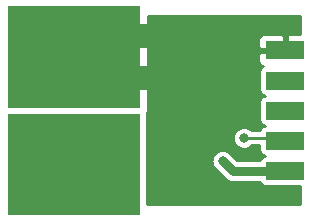
<source format=gbr>
G04 #@! TF.GenerationSoftware,KiCad,Pcbnew,(5.0.0)*
G04 #@! TF.CreationDate,2019-03-13T17:39:27+01:00*
G04 #@! TF.ProjectId,foam_cutting,666F616D5F63757474696E672E6B6963,100A*
G04 #@! TF.SameCoordinates,Original*
G04 #@! TF.FileFunction,Copper,L2,Bot,Signal*
G04 #@! TF.FilePolarity,Positive*
%FSLAX46Y46*%
G04 Gerber Fmt 4.6, Leading zero omitted, Abs format (unit mm)*
G04 Created by KiCad (PCBNEW (5.0.0)) date 03/13/19 17:39:27*
%MOMM*%
%LPD*%
G01*
G04 APERTURE LIST*
G04 #@! TA.AperFunction,ComponentPad*
%ADD10R,6.000000X4.500000*%
G04 #@! TD*
G04 #@! TA.AperFunction,ComponentPad*
%ADD11R,5.500000X4.500000*%
G04 #@! TD*
G04 #@! TA.AperFunction,SMDPad,CuDef*
%ADD12R,3.300000X1.500000*%
G04 #@! TD*
G04 #@! TA.AperFunction,ViaPad*
%ADD13C,0.800000*%
G04 #@! TD*
G04 #@! TA.AperFunction,Conductor*
%ADD14C,0.800000*%
G04 #@! TD*
G04 #@! TA.AperFunction,Conductor*
%ADD15C,2.000000*%
G04 #@! TD*
G04 #@! TA.AperFunction,Conductor*
%ADD16C,0.250000*%
G04 #@! TD*
G04 #@! TA.AperFunction,Conductor*
%ADD17C,0.254000*%
G04 #@! TD*
G04 APERTURE END LIST*
D10*
G04 #@! TO.P,J1,1*
G04 #@! TO.N,GND*
X124800000Y-56300000D03*
D11*
X130300000Y-56300000D03*
D10*
X124790000Y-60500000D03*
D11*
X130300000Y-60500000D03*
D10*
G04 #@! TO.P,J1,2*
G04 #@! TO.N,Net-(J1-Pad2)*
X124800000Y-65410000D03*
D11*
X130300000Y-65410000D03*
X130290000Y-69600000D03*
D10*
X124800000Y-69590000D03*
G04 #@! TD*
D12*
G04 #@! TO.P,J2,10*
G04 #@! TO.N,VCC*
X145300000Y-68050000D03*
G04 #@! TO.P,J2,8*
G04 #@! TO.N,Net-(J2-Pad8)*
X145300000Y-65500000D03*
G04 #@! TO.P,J2,6*
G04 #@! TO.N,Net-(J2-Pad6)*
X145300000Y-62950000D03*
G04 #@! TO.P,J2,4*
G04 #@! TO.N,Net-(J2-Pad4)*
X145300000Y-60400000D03*
G04 #@! TO.P,J2,2*
G04 #@! TO.N,GND*
X145300000Y-57850000D03*
G04 #@! TD*
D13*
G04 #@! TO.N,VCC*
X140000000Y-67200000D03*
G04 #@! TO.N,GND*
X139650000Y-59200000D03*
X135700000Y-58900000D03*
X135100000Y-57300000D03*
G04 #@! TO.N,Net-(J2-Pad8)*
X141800000Y-65250000D03*
G04 #@! TD*
D14*
G04 #@! TO.N,VCC*
X140850000Y-68050000D02*
X140000000Y-67200000D01*
X145300000Y-68050000D02*
X140850000Y-68050000D01*
D15*
G04 #@! TO.N,GND*
X130600000Y-60200000D02*
X133700000Y-60200000D01*
X130600000Y-56600000D02*
X133900000Y-56600000D01*
D16*
G04 #@! TO.N,Net-(J2-Pad8)*
X145050000Y-65250000D02*
X145300000Y-65500000D01*
X141800000Y-65250000D02*
X145050000Y-65250000D01*
G04 #@! TD*
D17*
G04 #@! TO.N,GND*
G36*
X146573000Y-56465000D02*
X145585750Y-56465000D01*
X145427000Y-56623750D01*
X145427000Y-57723000D01*
X145447000Y-57723000D01*
X145447000Y-57977000D01*
X145427000Y-57977000D01*
X145427000Y-57997000D01*
X145173000Y-57997000D01*
X145173000Y-57977000D01*
X143173750Y-57977000D01*
X143015000Y-58135750D01*
X143015000Y-58726309D01*
X143111673Y-58959698D01*
X143290301Y-59138327D01*
X143399503Y-59183560D01*
X143270055Y-59270055D01*
X143153577Y-59444375D01*
X143112676Y-59650000D01*
X143112676Y-61150000D01*
X143153577Y-61355625D01*
X143270055Y-61529945D01*
X143444375Y-61646423D01*
X143588043Y-61675000D01*
X143444375Y-61703577D01*
X143270055Y-61820055D01*
X143153577Y-61994375D01*
X143112676Y-62200000D01*
X143112676Y-63700000D01*
X143153577Y-63905625D01*
X143270055Y-64079945D01*
X143444375Y-64196423D01*
X143588043Y-64225000D01*
X143444375Y-64253577D01*
X143270055Y-64370055D01*
X143153577Y-64544375D01*
X143142910Y-64598000D01*
X142458976Y-64598000D01*
X142325103Y-64464127D01*
X141984392Y-64323000D01*
X141615608Y-64323000D01*
X141274897Y-64464127D01*
X141014127Y-64724897D01*
X140873000Y-65065608D01*
X140873000Y-65434392D01*
X141014127Y-65775103D01*
X141274897Y-66035873D01*
X141615608Y-66177000D01*
X141984392Y-66177000D01*
X142325103Y-66035873D01*
X142458976Y-65902000D01*
X143112676Y-65902000D01*
X143112676Y-66250000D01*
X143153577Y-66455625D01*
X143270055Y-66629945D01*
X143444375Y-66746423D01*
X143588043Y-66775000D01*
X143444375Y-66803577D01*
X143270055Y-66920055D01*
X143153577Y-67094375D01*
X143147883Y-67123000D01*
X141233976Y-67123000D01*
X140525103Y-66414127D01*
X140439094Y-66378501D01*
X140361697Y-66326786D01*
X140270400Y-66308626D01*
X140184392Y-66273000D01*
X140091300Y-66273000D01*
X140000000Y-66254839D01*
X139908700Y-66273000D01*
X139815608Y-66273000D01*
X139729600Y-66308626D01*
X139638303Y-66326786D01*
X139560906Y-66378501D01*
X139474897Y-66414127D01*
X139409068Y-66479956D01*
X139331671Y-66531671D01*
X139279956Y-66609068D01*
X139214127Y-66674897D01*
X139178501Y-66760906D01*
X139126786Y-66838303D01*
X139108626Y-66929600D01*
X139073000Y-67015608D01*
X139073000Y-67108700D01*
X139054839Y-67200000D01*
X139073000Y-67291300D01*
X139073000Y-67384392D01*
X139108626Y-67470400D01*
X139126786Y-67561697D01*
X139178501Y-67639094D01*
X139214127Y-67725103D01*
X140129951Y-68640927D01*
X140181670Y-68718330D01*
X140488303Y-68923215D01*
X140758698Y-68977000D01*
X140758699Y-68977000D01*
X140850000Y-68995161D01*
X140941301Y-68977000D01*
X143147883Y-68977000D01*
X143153577Y-69005625D01*
X143270055Y-69179945D01*
X143444375Y-69296423D01*
X143650000Y-69337324D01*
X146573001Y-69337324D01*
X146573001Y-70873000D01*
X133577324Y-70873000D01*
X133577324Y-67710274D01*
X133587324Y-67660000D01*
X133587324Y-63160000D01*
X133579145Y-63118881D01*
X133588327Y-63109699D01*
X133685000Y-62876310D01*
X133685000Y-60785750D01*
X133526250Y-60627000D01*
X130427000Y-60627000D01*
X130427000Y-60647000D01*
X130173000Y-60647000D01*
X130173000Y-60627000D01*
X124917000Y-60627000D01*
X124917000Y-60647000D01*
X124663000Y-60647000D01*
X124663000Y-60627000D01*
X124643000Y-60627000D01*
X124643000Y-60373000D01*
X124663000Y-60373000D01*
X124663000Y-59036250D01*
X124673000Y-59026250D01*
X124673000Y-57773750D01*
X124917000Y-57773750D01*
X124917000Y-60373000D01*
X130173000Y-60373000D01*
X130173000Y-56427000D01*
X130427000Y-56427000D01*
X130427000Y-60373000D01*
X133526250Y-60373000D01*
X133685000Y-60214250D01*
X133685000Y-56973691D01*
X143015000Y-56973691D01*
X143015000Y-57564250D01*
X143173750Y-57723000D01*
X145173000Y-57723000D01*
X145173000Y-56623750D01*
X145014250Y-56465000D01*
X143523690Y-56465000D01*
X143290301Y-56561673D01*
X143111673Y-56740302D01*
X143015000Y-56973691D01*
X133685000Y-56973691D01*
X133685000Y-56585750D01*
X133526250Y-56427000D01*
X130427000Y-56427000D01*
X130173000Y-56427000D01*
X124927000Y-56427000D01*
X124927000Y-57763750D01*
X124917000Y-57773750D01*
X124673000Y-57773750D01*
X124673000Y-56427000D01*
X124653000Y-56427000D01*
X124653000Y-56173000D01*
X124673000Y-56173000D01*
X124673000Y-56153000D01*
X124927000Y-56153000D01*
X124927000Y-56173000D01*
X130173000Y-56173000D01*
X130173000Y-56153000D01*
X130427000Y-56153000D01*
X130427000Y-56173000D01*
X133526250Y-56173000D01*
X133685000Y-56014250D01*
X133685000Y-54977000D01*
X146573000Y-54977000D01*
X146573000Y-56465000D01*
X146573000Y-56465000D01*
G37*
X146573000Y-56465000D02*
X145585750Y-56465000D01*
X145427000Y-56623750D01*
X145427000Y-57723000D01*
X145447000Y-57723000D01*
X145447000Y-57977000D01*
X145427000Y-57977000D01*
X145427000Y-57997000D01*
X145173000Y-57997000D01*
X145173000Y-57977000D01*
X143173750Y-57977000D01*
X143015000Y-58135750D01*
X143015000Y-58726309D01*
X143111673Y-58959698D01*
X143290301Y-59138327D01*
X143399503Y-59183560D01*
X143270055Y-59270055D01*
X143153577Y-59444375D01*
X143112676Y-59650000D01*
X143112676Y-61150000D01*
X143153577Y-61355625D01*
X143270055Y-61529945D01*
X143444375Y-61646423D01*
X143588043Y-61675000D01*
X143444375Y-61703577D01*
X143270055Y-61820055D01*
X143153577Y-61994375D01*
X143112676Y-62200000D01*
X143112676Y-63700000D01*
X143153577Y-63905625D01*
X143270055Y-64079945D01*
X143444375Y-64196423D01*
X143588043Y-64225000D01*
X143444375Y-64253577D01*
X143270055Y-64370055D01*
X143153577Y-64544375D01*
X143142910Y-64598000D01*
X142458976Y-64598000D01*
X142325103Y-64464127D01*
X141984392Y-64323000D01*
X141615608Y-64323000D01*
X141274897Y-64464127D01*
X141014127Y-64724897D01*
X140873000Y-65065608D01*
X140873000Y-65434392D01*
X141014127Y-65775103D01*
X141274897Y-66035873D01*
X141615608Y-66177000D01*
X141984392Y-66177000D01*
X142325103Y-66035873D01*
X142458976Y-65902000D01*
X143112676Y-65902000D01*
X143112676Y-66250000D01*
X143153577Y-66455625D01*
X143270055Y-66629945D01*
X143444375Y-66746423D01*
X143588043Y-66775000D01*
X143444375Y-66803577D01*
X143270055Y-66920055D01*
X143153577Y-67094375D01*
X143147883Y-67123000D01*
X141233976Y-67123000D01*
X140525103Y-66414127D01*
X140439094Y-66378501D01*
X140361697Y-66326786D01*
X140270400Y-66308626D01*
X140184392Y-66273000D01*
X140091300Y-66273000D01*
X140000000Y-66254839D01*
X139908700Y-66273000D01*
X139815608Y-66273000D01*
X139729600Y-66308626D01*
X139638303Y-66326786D01*
X139560906Y-66378501D01*
X139474897Y-66414127D01*
X139409068Y-66479956D01*
X139331671Y-66531671D01*
X139279956Y-66609068D01*
X139214127Y-66674897D01*
X139178501Y-66760906D01*
X139126786Y-66838303D01*
X139108626Y-66929600D01*
X139073000Y-67015608D01*
X139073000Y-67108700D01*
X139054839Y-67200000D01*
X139073000Y-67291300D01*
X139073000Y-67384392D01*
X139108626Y-67470400D01*
X139126786Y-67561697D01*
X139178501Y-67639094D01*
X139214127Y-67725103D01*
X140129951Y-68640927D01*
X140181670Y-68718330D01*
X140488303Y-68923215D01*
X140758698Y-68977000D01*
X140758699Y-68977000D01*
X140850000Y-68995161D01*
X140941301Y-68977000D01*
X143147883Y-68977000D01*
X143153577Y-69005625D01*
X143270055Y-69179945D01*
X143444375Y-69296423D01*
X143650000Y-69337324D01*
X146573001Y-69337324D01*
X146573001Y-70873000D01*
X133577324Y-70873000D01*
X133577324Y-67710274D01*
X133587324Y-67660000D01*
X133587324Y-63160000D01*
X133579145Y-63118881D01*
X133588327Y-63109699D01*
X133685000Y-62876310D01*
X133685000Y-60785750D01*
X133526250Y-60627000D01*
X130427000Y-60627000D01*
X130427000Y-60647000D01*
X130173000Y-60647000D01*
X130173000Y-60627000D01*
X124917000Y-60627000D01*
X124917000Y-60647000D01*
X124663000Y-60647000D01*
X124663000Y-60627000D01*
X124643000Y-60627000D01*
X124643000Y-60373000D01*
X124663000Y-60373000D01*
X124663000Y-59036250D01*
X124673000Y-59026250D01*
X124673000Y-57773750D01*
X124917000Y-57773750D01*
X124917000Y-60373000D01*
X130173000Y-60373000D01*
X130173000Y-56427000D01*
X130427000Y-56427000D01*
X130427000Y-60373000D01*
X133526250Y-60373000D01*
X133685000Y-60214250D01*
X133685000Y-56973691D01*
X143015000Y-56973691D01*
X143015000Y-57564250D01*
X143173750Y-57723000D01*
X145173000Y-57723000D01*
X145173000Y-56623750D01*
X145014250Y-56465000D01*
X143523690Y-56465000D01*
X143290301Y-56561673D01*
X143111673Y-56740302D01*
X143015000Y-56973691D01*
X133685000Y-56973691D01*
X133685000Y-56585750D01*
X133526250Y-56427000D01*
X130427000Y-56427000D01*
X130173000Y-56427000D01*
X124927000Y-56427000D01*
X124927000Y-57763750D01*
X124917000Y-57773750D01*
X124673000Y-57773750D01*
X124673000Y-56427000D01*
X124653000Y-56427000D01*
X124653000Y-56173000D01*
X124673000Y-56173000D01*
X124673000Y-56153000D01*
X124927000Y-56153000D01*
X124927000Y-56173000D01*
X130173000Y-56173000D01*
X130173000Y-56153000D01*
X130427000Y-56153000D01*
X130427000Y-56173000D01*
X133526250Y-56173000D01*
X133685000Y-56014250D01*
X133685000Y-54977000D01*
X146573000Y-54977000D01*
X146573000Y-56465000D01*
G04 #@! TD*
M02*

</source>
